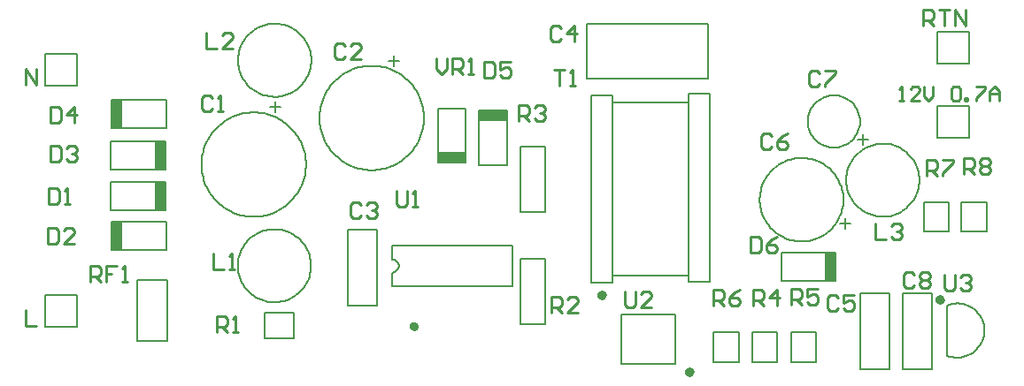
<source format=gto>
G04 Layer_Color=65535*
%FSLAX25Y25*%
%MOIN*%
G70*
G01*
G75*
%ADD24C,0.00787*%
%ADD25C,0.01968*%
%ADD26C,0.01000*%
%ADD27R,0.03937X0.10630*%
%ADD28R,0.10630X0.03937*%
D24*
X143500Y49394D02*
X144457Y49584D01*
X145268Y50126D01*
X145810Y50937D01*
X146000Y51894D01*
X145810Y52850D01*
X145268Y53662D01*
X144457Y54203D01*
X143500Y54394D01*
X319673Y106394D02*
X319623Y107389D01*
X319472Y108375D01*
X319222Y109340D01*
X318876Y110275D01*
X318437Y111170D01*
X317909Y112016D01*
X317299Y112805D01*
X316612Y113528D01*
X315855Y114177D01*
X315037Y114746D01*
X314165Y115230D01*
X313249Y115623D01*
X312298Y115922D01*
X311321Y116123D01*
X310329Y116224D01*
X309332D01*
X308340Y116123D01*
X307364Y115922D01*
X306412Y115624D01*
X305496Y115230D01*
X304624Y114746D01*
X303806Y114177D01*
X303049Y113528D01*
X302363Y112805D01*
X301752Y112016D01*
X301225Y111170D01*
X300786Y110275D01*
X300440Y109340D01*
X300190Y108375D01*
X300039Y107389D01*
X299988Y106394D01*
X300039Y105398D01*
X300190Y104412D01*
X300440Y103447D01*
X300786Y102512D01*
X301225Y101617D01*
X301752Y100771D01*
X302363Y99983D01*
X303049Y99260D01*
X303806Y98611D01*
X304624Y98041D01*
X305496Y97557D01*
X306412Y97164D01*
X307364Y96865D01*
X308340Y96665D01*
X309332Y96564D01*
X310329D01*
X311321Y96665D01*
X312298Y96865D01*
X313249Y97164D01*
X314165Y97557D01*
X315037Y98041D01*
X315855Y98611D01*
X316612Y99260D01*
X317299Y99983D01*
X317909Y100771D01*
X318437Y101617D01*
X318876Y102512D01*
X319222Y103447D01*
X319472Y104412D01*
X319623Y105398D01*
X319673Y106394D01*
X313405Y76894D02*
X313374Y77893D01*
X313279Y78887D01*
X313121Y79874D01*
X312901Y80849D01*
X312619Y81808D01*
X312277Y82747D01*
X311877Y83662D01*
X311419Y84550D01*
X310906Y85408D01*
X310339Y86231D01*
X309721Y87016D01*
X309055Y87761D01*
X308343Y88462D01*
X307587Y89117D01*
X306792Y89722D01*
X305960Y90275D01*
X305095Y90775D01*
X304199Y91219D01*
X303278Y91605D01*
X302333Y91931D01*
X301370Y92198D01*
X300392Y92402D01*
X299403Y92545D01*
X298407Y92624D01*
X297408Y92640D01*
X296410Y92592D01*
X295416Y92481D01*
X294432Y92308D01*
X293461Y92072D01*
X292507Y91776D01*
X291573Y91419D01*
X290664Y91004D01*
X289784Y90532D01*
X288934Y90005D01*
X288120Y89425D01*
X287345Y88795D01*
X286611Y88117D01*
X285921Y87394D01*
X285279Y86629D01*
X284686Y85824D01*
X284146Y84983D01*
X283660Y84110D01*
X283231Y83208D01*
X282859Y82280D01*
X282547Y81330D01*
X282296Y80363D01*
X282107Y79382D01*
X281981Y78391D01*
X281917Y77393D01*
Y76394D01*
X281981Y75397D01*
X282107Y74405D01*
X282296Y73424D01*
X282547Y72457D01*
X282859Y71508D01*
X283231Y70580D01*
X283660Y69678D01*
X284146Y68804D01*
X284686Y67964D01*
X285279Y67159D01*
X285921Y66393D01*
X286611Y65670D01*
X287345Y64992D01*
X288120Y64362D01*
X288934Y63782D01*
X289784Y63256D01*
X290664Y62784D01*
X291573Y62368D01*
X292507Y62012D01*
X293461Y61715D01*
X294432Y61480D01*
X295416Y61306D01*
X296410Y61195D01*
X297408Y61148D01*
X298407Y61164D01*
X299403Y61243D01*
X300392Y61385D01*
X301370Y61590D01*
X302333Y61856D01*
X303278Y62183D01*
X304199Y62569D01*
X305095Y63012D01*
X305960Y63512D01*
X306792Y64066D01*
X307587Y64671D01*
X308343Y65325D01*
X309055Y66026D01*
X309721Y66771D01*
X310339Y67557D01*
X310906Y68380D01*
X311419Y69237D01*
X311877Y70125D01*
X312277Y71041D01*
X312619Y71980D01*
X312901Y72939D01*
X313121Y73913D01*
X313279Y74900D01*
X313374Y75895D01*
X313405Y76894D01*
X111024Y90158D02*
X110998Y91154D01*
X110923Y92149D01*
X110797Y93138D01*
X110621Y94120D01*
X110395Y95092D01*
X110121Y96051D01*
X109798Y96994D01*
X109428Y97920D01*
X109012Y98827D01*
X108550Y99711D01*
X108044Y100570D01*
X107495Y101403D01*
X106905Y102207D01*
X106275Y102980D01*
X105606Y103720D01*
X104901Y104425D01*
X104161Y105094D01*
X103388Y105724D01*
X102584Y106314D01*
X101751Y106863D01*
X100892Y107369D01*
X100008Y107831D01*
X99102Y108247D01*
X98175Y108617D01*
X97232Y108940D01*
X96273Y109214D01*
X95301Y109440D01*
X94319Y109616D01*
X93330Y109741D01*
X92336Y109817D01*
X91339Y109843D01*
X90342Y109817D01*
X89347Y109741D01*
X88358Y109616D01*
X87376Y109440D01*
X86405Y109214D01*
X85446Y108940D01*
X84502Y108617D01*
X83576Y108247D01*
X82669Y107831D01*
X81785Y107369D01*
X80926Y106863D01*
X80093Y106314D01*
X79289Y105724D01*
X78516Y105094D01*
X77776Y104425D01*
X77071Y103720D01*
X76402Y102980D01*
X75772Y102207D01*
X75182Y101403D01*
X74633Y100570D01*
X74127Y99711D01*
X73665Y98827D01*
X73249Y97920D01*
X72879Y96994D01*
X72556Y96050D01*
X72282Y95091D01*
X72057Y94120D01*
X71881Y93138D01*
X71754Y92149D01*
X71679Y91154D01*
X71653Y90157D01*
X71679Y89160D01*
X71754Y88166D01*
X71881Y87177D01*
X72057Y86195D01*
X72282Y85223D01*
X72556Y84264D01*
X72879Y83321D01*
X73249Y82394D01*
X73665Y81488D01*
X74127Y80604D01*
X74633Y79745D01*
X75182Y78912D01*
X75772Y78108D01*
X76402Y77335D01*
X77071Y76595D01*
X77776Y75890D01*
X78516Y75221D01*
X79289Y74591D01*
X80093Y74001D01*
X80926Y73452D01*
X81786Y72946D01*
X82670Y72484D01*
X83576Y72068D01*
X84502Y71698D01*
X85446Y71375D01*
X86405Y71101D01*
X87376Y70875D01*
X88358Y70699D01*
X89347Y70573D01*
X90342Y70498D01*
X91339Y70472D01*
X92336Y70498D01*
X93330Y70573D01*
X94319Y70700D01*
X95301Y70875D01*
X96273Y71101D01*
X97232Y71375D01*
X98175Y71698D01*
X99102Y72068D01*
X100008Y72484D01*
X100892Y72946D01*
X101751Y73452D01*
X102584Y74001D01*
X103388Y74591D01*
X104161Y75221D01*
X104901Y75890D01*
X105606Y76595D01*
X106275Y77335D01*
X106905Y78108D01*
X107495Y78912D01*
X108044Y79745D01*
X108550Y80604D01*
X109012Y81488D01*
X109428Y82395D01*
X109798Y83321D01*
X110121Y84265D01*
X110395Y85224D01*
X110621Y86195D01*
X110797Y87177D01*
X110923Y88166D01*
X110998Y89161D01*
X111024Y90158D01*
X155453Y107736D02*
X155428Y108733D01*
X155352Y109728D01*
X155226Y110717D01*
X155050Y111699D01*
X154824Y112670D01*
X154550Y113629D01*
X154227Y114573D01*
X153857Y115499D01*
X153441Y116405D01*
X152979Y117289D01*
X152473Y118149D01*
X151925Y118982D01*
X151334Y119785D01*
X150704Y120559D01*
X150035Y121299D01*
X149330Y122004D01*
X148590Y122672D01*
X147817Y123303D01*
X147013Y123893D01*
X146180Y124442D01*
X145321Y124948D01*
X144437Y125409D01*
X143531Y125826D01*
X142604Y126196D01*
X141661Y126518D01*
X140702Y126793D01*
X139730Y127018D01*
X138749Y127194D01*
X137759Y127320D01*
X136765Y127396D01*
X135768Y127421D01*
X134771Y127396D01*
X133776Y127320D01*
X132787Y127194D01*
X131805Y127018D01*
X130834Y126793D01*
X129875Y126518D01*
X128931Y126196D01*
X128005Y125826D01*
X127099Y125409D01*
X126215Y124948D01*
X125355Y124442D01*
X124522Y123893D01*
X123718Y123303D01*
X122945Y122672D01*
X122205Y122004D01*
X121500Y121299D01*
X120832Y120559D01*
X120201Y119785D01*
X119611Y118982D01*
X119062Y118149D01*
X118556Y117289D01*
X118094Y116405D01*
X117678Y115499D01*
X117308Y114573D01*
X116985Y113629D01*
X116711Y112670D01*
X116486Y111699D01*
X116310Y110717D01*
X116184Y109728D01*
X116108Y108733D01*
X116083Y107736D01*
X116108Y106739D01*
X116184Y105745D01*
X116310Y104755D01*
X116486Y103774D01*
X116711Y102802D01*
X116985Y101843D01*
X117308Y100900D01*
X117678Y99973D01*
X118094Y99067D01*
X118556Y98183D01*
X119062Y97324D01*
X119611Y96491D01*
X120201Y95687D01*
X120832Y94914D01*
X121500Y94174D01*
X122205Y93469D01*
X122945Y92800D01*
X123718Y92170D01*
X124522Y91579D01*
X125355Y91031D01*
X126215Y90525D01*
X127099Y90063D01*
X128005Y89647D01*
X128931Y89276D01*
X129875Y88954D01*
X130834Y88680D01*
X131805Y88454D01*
X132787Y88278D01*
X133776Y88152D01*
X134771Y88076D01*
X135768Y88051D01*
X136765Y88076D01*
X137759Y88152D01*
X138749Y88278D01*
X139730Y88454D01*
X140702Y88680D01*
X141661Y88954D01*
X142604Y89277D01*
X143531Y89647D01*
X144437Y90063D01*
X145321Y90525D01*
X146180Y91031D01*
X147013Y91580D01*
X147817Y92170D01*
X148590Y92800D01*
X149330Y93469D01*
X150035Y94174D01*
X150704Y94914D01*
X151334Y95687D01*
X151925Y96491D01*
X152473Y97324D01*
X152979Y98183D01*
X153441Y99067D01*
X153858Y99973D01*
X154227Y100900D01*
X154550Y101843D01*
X154824Y102802D01*
X155050Y103774D01*
X155226Y104755D01*
X155352Y105745D01*
X155428Y106739D01*
X155453Y107736D01*
X112894Y51968D02*
X112858Y52963D01*
X112750Y53952D01*
X112572Y54931D01*
X112323Y55894D01*
X112005Y56837D01*
X111620Y57754D01*
X111170Y58642D01*
X110657Y59494D01*
X110084Y60308D01*
X109454Y61077D01*
X108769Y61800D01*
X108035Y62471D01*
X107254Y63087D01*
X106430Y63645D01*
X105569Y64143D01*
X104673Y64577D01*
X103749Y64945D01*
X102801Y65246D01*
X101833Y65477D01*
X100851Y65638D01*
X99860Y65728D01*
X98865Y65746D01*
X97872Y65692D01*
X96885Y65566D01*
X95910Y65370D01*
X94951Y65104D01*
X94014Y64769D01*
X93103Y64368D01*
X92224Y63902D01*
X91381Y63374D01*
X90579Y62786D01*
X89820Y62142D01*
X89110Y61445D01*
X88453Y60698D01*
X87850Y59906D01*
X87307Y59073D01*
X86825Y58202D01*
X86408Y57299D01*
X86056Y56368D01*
X85773Y55415D01*
X85559Y54443D01*
X85415Y53458D01*
X85344Y52466D01*
Y51471D01*
X85415Y50479D01*
X85559Y49494D01*
X85773Y48522D01*
X86056Y47569D01*
X86408Y46638D01*
X86825Y45735D01*
X87307Y44864D01*
X87850Y44031D01*
X88453Y43239D01*
X89110Y42492D01*
X89820Y41795D01*
X90578Y41151D01*
X91381Y40563D01*
X92224Y40035D01*
X93103Y39569D01*
X94014Y39168D01*
X94951Y38833D01*
X95910Y38567D01*
X96885Y38370D01*
X97872Y38245D01*
X98865Y38191D01*
X99860Y38209D01*
X100851Y38299D01*
X101833Y38460D01*
X102801Y38691D01*
X103749Y38992D01*
X104673Y39360D01*
X105569Y39794D01*
X106430Y40292D01*
X107254Y40850D01*
X108035Y41466D01*
X108769Y42137D01*
X109454Y42860D01*
X110084Y43630D01*
X110657Y44443D01*
X111170Y45295D01*
X111620Y46183D01*
X112005Y47100D01*
X112323Y48043D01*
X112572Y49006D01*
X112750Y49985D01*
X112858Y50974D01*
X112894Y51968D01*
X112992Y129528D02*
X112956Y130522D01*
X112849Y131511D01*
X112670Y132490D01*
X112421Y133453D01*
X112103Y134396D01*
X111719Y135313D01*
X111268Y136201D01*
X110756Y137053D01*
X110182Y137867D01*
X109552Y138636D01*
X108868Y139359D01*
X108133Y140030D01*
X107352Y140646D01*
X106529Y141205D01*
X105667Y141702D01*
X104772Y142136D01*
X103848Y142504D01*
X102899Y142805D01*
X101931Y143036D01*
X100950Y143197D01*
X99959Y143287D01*
X98964Y143305D01*
X97970Y143251D01*
X96983Y143126D01*
X96008Y142929D01*
X95049Y142663D01*
X94112Y142328D01*
X93202Y141927D01*
X92323Y141461D01*
X91480Y140933D01*
X90677Y140345D01*
X89919Y139701D01*
X89209Y139004D01*
X88551Y138257D01*
X87949Y137465D01*
X87406Y136632D01*
X86924Y135761D01*
X86506Y134858D01*
X86154Y133927D01*
X85871Y132974D01*
X85657Y132002D01*
X85514Y131017D01*
X85442Y130025D01*
Y129030D01*
X85514Y128038D01*
X85657Y127053D01*
X85871Y126082D01*
X86154Y125128D01*
X86506Y124197D01*
X86924Y123294D01*
X87406Y122424D01*
X87949Y121590D01*
X88551Y120798D01*
X89209Y120051D01*
X89919Y119354D01*
X90677Y118710D01*
X91480Y118122D01*
X92323Y117594D01*
X93202Y117128D01*
X94112Y116727D01*
X95049Y116392D01*
X96008Y116126D01*
X96983Y115930D01*
X97970Y115804D01*
X98964Y115750D01*
X99959Y115768D01*
X100950Y115858D01*
X101931Y116019D01*
X102899Y116250D01*
X103847Y116551D01*
X104772Y116919D01*
X105667Y117353D01*
X106529Y117851D01*
X107352Y118409D01*
X108133Y119025D01*
X108868Y119696D01*
X109552Y120419D01*
X110182Y121188D01*
X110756Y122002D01*
X111268Y122854D01*
X111719Y123742D01*
X112103Y124659D01*
X112421Y125602D01*
X112670Y126565D01*
X112849Y127544D01*
X112956Y128533D01*
X112992Y129528D01*
X342047Y84268D02*
X342011Y85262D01*
X341904Y86251D01*
X341725Y87230D01*
X341476Y88193D01*
X341159Y89136D01*
X340774Y90054D01*
X340324Y90941D01*
X339811Y91793D01*
X339237Y92607D01*
X338607Y93376D01*
X337923Y94099D01*
X337188Y94770D01*
X336407Y95386D01*
X335584Y95945D01*
X334722Y96442D01*
X333827Y96876D01*
X332903Y97244D01*
X331954Y97545D01*
X330986Y97776D01*
X330005Y97937D01*
X329014Y98027D01*
X328019Y98045D01*
X327026Y97991D01*
X326038Y97866D01*
X325063Y97669D01*
X324104Y97403D01*
X323167Y97069D01*
X322257Y96667D01*
X321378Y96201D01*
X320535Y95673D01*
X319732Y95085D01*
X318974Y94441D01*
X318264Y93744D01*
X317606Y92997D01*
X317004Y92205D01*
X316461Y91372D01*
X315979Y90501D01*
X315561Y89598D01*
X315210Y88668D01*
X314926Y87714D01*
X314712Y86742D01*
X314569Y85758D01*
X314497Y84765D01*
Y83770D01*
X314569Y82778D01*
X314712Y81793D01*
X314926Y80822D01*
X315210Y79868D01*
X315561Y78937D01*
X315979Y78034D01*
X316461Y77164D01*
X317004Y76330D01*
X317606Y75538D01*
X318264Y74792D01*
X318974Y74094D01*
X319732Y73450D01*
X320535Y72863D01*
X321378Y72334D01*
X322257Y71868D01*
X323167Y71467D01*
X324104Y71132D01*
X325063Y70866D01*
X326038Y70670D01*
X327025Y70544D01*
X328019Y70490D01*
X329014Y70508D01*
X330005Y70598D01*
X330986Y70759D01*
X331954Y70990D01*
X332903Y71291D01*
X333827Y71659D01*
X334722Y72093D01*
X335584Y72591D01*
X336407Y73149D01*
X337188Y73765D01*
X337923Y74436D01*
X338607Y75159D01*
X339237Y75929D01*
X339811Y76742D01*
X340324Y77595D01*
X340774Y78482D01*
X341159Y79399D01*
X341476Y80342D01*
X341725Y81305D01*
X341904Y82284D01*
X342011Y83273D01*
X342047Y84268D01*
X352498Y18055D02*
X353443Y17729D01*
X354415Y17498D01*
X355405Y17362D01*
X356404Y17323D01*
X357402Y17382D01*
X358389Y17538D01*
X359356Y17790D01*
X360294Y18135D01*
X361194Y18569D01*
X362048Y19090D01*
X362846Y19691D01*
X363583Y20367D01*
X364249Y21111D01*
X364840Y21917D01*
X365350Y22777D01*
X365773Y23683D01*
X366106Y24625D01*
X366345Y25595D01*
X366489Y26585D01*
X366535Y27583D01*
X366484Y28581D01*
X366336Y29570D01*
X366092Y30539D01*
X365755Y31480D01*
X365327Y32383D01*
X364814Y33241D01*
X364219Y34044D01*
X363549Y34785D01*
X362810Y35458D01*
X362008Y36055D01*
X361153Y36572D01*
X360250Y37002D01*
X359311Y37342D01*
X358342Y37589D01*
X357354Y37741D01*
X356356Y37795D01*
X355358Y37752D01*
X354368Y37611D01*
X353397Y37375D01*
X352453Y37045D01*
X143500Y44118D02*
Y49394D01*
Y54394D02*
Y59669D01*
X188776D01*
Y44118D02*
Y59669D01*
X143500Y44118D02*
X188776D01*
X229921Y15079D02*
X250000D01*
X229921D02*
Y33504D01*
X250000Y15079D02*
Y33504D01*
X229921D02*
X250000D01*
X320854Y97701D02*
Y101701D01*
X318854Y99701D02*
X322854D01*
X314094Y65839D02*
Y69839D01*
X312094Y67839D02*
X316094D01*
X226476Y113638D02*
X255217D01*
X226476Y48283D02*
X254823D01*
X255217Y45921D02*
Y116787D01*
X263090D01*
Y45921D02*
Y116787D01*
X255217Y45921D02*
X263090D01*
X218602Y45528D02*
X226476D01*
Y116394D01*
X218602D02*
X226476D01*
X218602Y45528D02*
Y116394D01*
X99606Y109811D02*
Y113811D01*
X97606Y111811D02*
X101606D01*
X144035Y127390D02*
Y131390D01*
X142035Y129390D02*
X146035D01*
X126870Y36909D02*
Y65650D01*
X137894D01*
Y36909D02*
Y65650D01*
X126870Y36909D02*
X137894D01*
X330709Y12992D02*
Y41732D01*
X319685Y12992D02*
X330709D01*
X319685D02*
Y41732D01*
X330709D01*
X346850Y12992D02*
Y41732D01*
X335827Y12992D02*
X346850D01*
X335827D02*
Y41732D01*
X346850D01*
X47598Y23476D02*
Y46705D01*
Y23476D02*
X58622D01*
Y46705D01*
X47598D02*
X58622D01*
X37500Y83563D02*
X57972D01*
Y72933D02*
Y83563D01*
X37500Y72933D02*
X57972D01*
X37500D02*
Y83563D01*
X37894Y57874D02*
X58366D01*
X37894D02*
Y68504D01*
X58366D01*
Y57874D02*
Y68504D01*
X37500Y98917D02*
X57972D01*
Y88287D02*
Y98917D01*
X37500Y88287D02*
X57972D01*
X37500D02*
Y98917D01*
X37894Y103839D02*
X58366D01*
X37894D02*
Y114469D01*
X58366D01*
Y103839D02*
Y114469D01*
X176256Y90039D02*
Y110512D01*
X186886D01*
Y90039D02*
Y110512D01*
X176256Y90039D02*
X186886D01*
X290067Y56906D02*
X310539D01*
Y46276D02*
Y56906D01*
X290067Y46276D02*
X310539D01*
X290067D02*
Y56906D01*
X171260Y90945D02*
Y111417D01*
X160630Y90945D02*
X171260D01*
X160630D02*
Y111417D01*
X171260D01*
X12862Y40799D02*
X24673D01*
X12862Y28791D02*
Y40799D01*
Y28791D02*
X24673D01*
Y40799D01*
X12862Y131799D02*
X24673D01*
X12862Y119791D02*
Y131799D01*
Y119791D02*
X24673D01*
Y131799D01*
X360630Y100394D02*
Y112205D01*
X348622D02*
X360630D01*
X348622Y100394D02*
Y112205D01*
Y100394D02*
X360630D01*
Y128347D02*
Y140157D01*
X348622D02*
X360630D01*
X348622Y128347D02*
Y140157D01*
Y128347D02*
X360630D01*
X352453Y18099D02*
Y37045D01*
X216929Y122441D02*
X262598D01*
Y143307D01*
X216929D02*
X262598D01*
X216929Y122441D02*
Y143307D01*
X95571Y24705D02*
Y34154D01*
Y24705D02*
X106595D01*
Y34154D01*
X95571D02*
X106595D01*
X279134Y26772D02*
X288583D01*
X279134Y15748D02*
Y26772D01*
Y15748D02*
X288583D01*
Y26772D01*
X293701D02*
X303150D01*
X293701Y15748D02*
Y26772D01*
Y15748D02*
X303150D01*
Y26772D01*
X264567D02*
X274016D01*
X264567Y15748D02*
Y26772D01*
Y15748D02*
X274016D01*
Y26772D01*
X343701Y64961D02*
X353150D01*
Y75984D01*
X343701D02*
X353150D01*
X343701Y64961D02*
Y75984D01*
X357874Y75984D02*
X367323D01*
X357874Y64961D02*
Y75984D01*
Y64961D02*
X367323D01*
Y75984D01*
X191732Y29921D02*
Y54724D01*
X201181D01*
Y29921D02*
Y54724D01*
X191732Y29921D02*
X201181D01*
X191634Y72244D02*
Y97047D01*
X201083D01*
Y72244D02*
Y97047D01*
X191634Y72244D02*
X201083D01*
D25*
X152555Y29020D02*
X152011Y29768D01*
X151131Y29482D01*
Y28557D01*
X152011Y28271D01*
X152555Y29020D01*
X256299Y11811D02*
X255755Y12560D01*
X254875Y12274D01*
Y11348D01*
X255755Y11062D01*
X256299Y11811D01*
X223327Y40803D02*
X222783Y41552D01*
X221902Y41266D01*
Y40340D01*
X222783Y40054D01*
X223327Y40803D01*
X350689Y39075D02*
X350145Y39824D01*
X349265Y39538D01*
Y38612D01*
X350145Y38326D01*
X350689Y39075D01*
D26*
X334465Y114386D02*
X336170D01*
X335317D01*
Y119502D01*
X334465Y118649D01*
X342139Y114386D02*
X338728D01*
X342139Y117797D01*
Y118649D01*
X341286Y119502D01*
X339581D01*
X338728Y118649D01*
X343845Y119502D02*
Y116091D01*
X345550Y114386D01*
X347256Y116091D01*
Y119502D01*
X354078Y118649D02*
X354930Y119502D01*
X356636D01*
X357489Y118649D01*
Y115239D01*
X356636Y114386D01*
X354930D01*
X354078Y115239D01*
Y118649D01*
X359194Y114386D02*
Y115239D01*
X360047D01*
Y114386D01*
X359194D01*
X363458Y119502D02*
X366869D01*
Y118649D01*
X363458Y115239D01*
Y114386D01*
X368574D02*
Y117797D01*
X370280Y119502D01*
X371985Y117797D01*
Y114386D01*
Y116944D01*
X368574D01*
X343307Y142520D02*
Y148518D01*
X346306D01*
X347306Y147518D01*
Y145519D01*
X346306Y144519D01*
X343307D01*
X345306D02*
X347306Y142520D01*
X349305Y148518D02*
X353304D01*
X351305D01*
Y142520D01*
X355303D02*
Y148518D01*
X359302Y142520D01*
Y148518D01*
X5468Y120394D02*
Y126392D01*
X9466Y120394D01*
Y126392D01*
X5468Y35392D02*
Y29394D01*
X9466D01*
X160216Y130238D02*
Y126240D01*
X162216Y124240D01*
X164215Y126240D01*
Y130238D01*
X166215Y124240D02*
Y130238D01*
X169214D01*
X170213Y129238D01*
Y127239D01*
X169214Y126240D01*
X166215D01*
X168214D02*
X170213Y124240D01*
X172213D02*
X174212D01*
X173212D01*
Y130238D01*
X172213Y129238D01*
X351575Y48518D02*
Y43519D01*
X352574Y42520D01*
X354574D01*
X355574Y43519D01*
Y48518D01*
X357573Y47518D02*
X358573Y48518D01*
X360572D01*
X361572Y47518D01*
Y46518D01*
X360572Y45519D01*
X359572D01*
X360572D01*
X361572Y44519D01*
Y43519D01*
X360572Y42520D01*
X358573D01*
X357573Y43519D01*
X231102Y42219D02*
Y37220D01*
X232102Y36220D01*
X234101D01*
X235101Y37220D01*
Y42219D01*
X241099Y36220D02*
X237100D01*
X241099Y40219D01*
Y41219D01*
X240099Y42219D01*
X238100D01*
X237100Y41219D01*
X144968Y80192D02*
Y75193D01*
X145967Y74194D01*
X147967D01*
X148966Y75193D01*
Y80192D01*
X150966Y74194D02*
X152965D01*
X151965D01*
Y80192D01*
X150966Y79192D01*
X204331Y126077D02*
X208329D01*
X206330D01*
Y120079D01*
X210329D02*
X212328D01*
X211329D01*
Y126077D01*
X210329Y125077D01*
X29768Y45894D02*
Y51892D01*
X32767D01*
X33766Y50892D01*
Y48893D01*
X32767Y47893D01*
X29768D01*
X31767D02*
X33766Y45894D01*
X39764Y51892D02*
X35766D01*
Y48893D01*
X37765D01*
X35766D01*
Y45894D01*
X41764D02*
X43763D01*
X42764D01*
Y51892D01*
X41764Y50892D01*
X358661Y86614D02*
Y92612D01*
X361660D01*
X362660Y91612D01*
Y89613D01*
X361660Y88613D01*
X358661D01*
X360661D02*
X362660Y86614D01*
X364660Y91612D02*
X365659Y92612D01*
X367658D01*
X368658Y91612D01*
Y90613D01*
X367658Y89613D01*
X368658Y88613D01*
Y87614D01*
X367658Y86614D01*
X365659D01*
X364660Y87614D01*
Y88613D01*
X365659Y89613D01*
X364660Y90613D01*
Y91612D01*
X365659Y89613D02*
X367658D01*
X344882Y85827D02*
Y91825D01*
X347881D01*
X348881Y90825D01*
Y88826D01*
X347881Y87826D01*
X344882D01*
X346881D02*
X348881Y85827D01*
X350880Y91825D02*
X354879D01*
Y90825D01*
X350880Y86826D01*
Y85827D01*
X264567Y37008D02*
Y43006D01*
X267566D01*
X268566Y42006D01*
Y40007D01*
X267566Y39007D01*
X264567D01*
X266566D02*
X268566Y37008D01*
X274564Y43006D02*
X272564Y42006D01*
X270565Y40007D01*
Y38008D01*
X271565Y37008D01*
X273564D01*
X274564Y38008D01*
Y39007D01*
X273564Y40007D01*
X270565D01*
X293701Y37402D02*
Y43400D01*
X296700D01*
X297699Y42400D01*
Y40401D01*
X296700Y39401D01*
X293701D01*
X295700D02*
X297699Y37402D01*
X303698Y43400D02*
X299699D01*
Y40401D01*
X301698Y41400D01*
X302698D01*
X303698Y40401D01*
Y38401D01*
X302698Y37402D01*
X300698D01*
X299699Y38401D01*
X279558Y37040D02*
Y43038D01*
X282557D01*
X283557Y42039D01*
Y40039D01*
X282557Y39039D01*
X279558D01*
X281558D02*
X283557Y37040D01*
X288555D02*
Y43038D01*
X285556Y40039D01*
X289555D01*
X191126Y106736D02*
Y112734D01*
X194125D01*
X195125Y111735D01*
Y109735D01*
X194125Y108736D01*
X191126D01*
X193125D02*
X195125Y106736D01*
X197124Y111735D02*
X198124Y112734D01*
X200123D01*
X201123Y111735D01*
Y110735D01*
X200123Y109735D01*
X199123D01*
X200123D01*
X201123Y108736D01*
Y107736D01*
X200123Y106736D01*
X198124D01*
X197124Y107736D01*
X203543Y34252D02*
Y40250D01*
X206542D01*
X207542Y39250D01*
Y37251D01*
X206542Y36251D01*
X203543D01*
X205543D02*
X207542Y34252D01*
X213540D02*
X209541D01*
X213540Y38251D01*
Y39250D01*
X212540Y40250D01*
X210541D01*
X209541Y39250D01*
X77425Y26929D02*
Y32927D01*
X80424D01*
X81424Y31927D01*
Y29928D01*
X80424Y28929D01*
X77425D01*
X79425D02*
X81424Y26929D01*
X83423D02*
X85423D01*
X84423D01*
Y32927D01*
X83423Y31927D01*
X325590Y67809D02*
Y61811D01*
X329589D01*
X331589Y66809D02*
X332588Y67809D01*
X334588D01*
X335587Y66809D01*
Y65810D01*
X334588Y64810D01*
X333588D01*
X334588D01*
X335587Y63810D01*
Y62811D01*
X334588Y61811D01*
X332588D01*
X331589Y62811D01*
X73339Y140026D02*
Y134028D01*
X77337D01*
X83335D02*
X79337D01*
X83335Y138026D01*
Y139026D01*
X82336Y140026D01*
X80336D01*
X79337Y139026D01*
X75988Y56467D02*
Y50468D01*
X79987D01*
X81986D02*
X83986D01*
X82986D01*
Y56467D01*
X81986Y55467D01*
X278346Y63085D02*
Y57087D01*
X281346D01*
X282345Y58086D01*
Y62085D01*
X281346Y63085D01*
X278346D01*
X288343D02*
X286344Y62085D01*
X284345Y60086D01*
Y58086D01*
X285344Y57087D01*
X287344D01*
X288343Y58086D01*
Y59086D01*
X287344Y60086D01*
X284345D01*
X177953Y128833D02*
Y122835D01*
X180952D01*
X181951Y123834D01*
Y127833D01*
X180952Y128833D01*
X177953D01*
X187950D02*
X183951D01*
Y125834D01*
X185950Y126833D01*
X186950D01*
X187950Y125834D01*
Y123834D01*
X186950Y122835D01*
X184950D01*
X183951Y123834D01*
X14701Y111848D02*
Y105850D01*
X17700D01*
X18699Y106850D01*
Y110849D01*
X17700Y111848D01*
X14701D01*
X23698Y105850D02*
Y111848D01*
X20699Y108849D01*
X24698D01*
X14701Y97404D02*
Y91405D01*
X17700D01*
X18699Y92405D01*
Y96404D01*
X17700Y97404D01*
X14701D01*
X20699Y96404D02*
X21699Y97404D01*
X23698D01*
X24698Y96404D01*
Y95404D01*
X23698Y94405D01*
X22698D01*
X23698D01*
X24698Y93405D01*
Y92405D01*
X23698Y91405D01*
X21699D01*
X20699Y92405D01*
X13701Y66384D02*
Y60386D01*
X16700D01*
X17699Y61386D01*
Y65384D01*
X16700Y66384D01*
X13701D01*
X23698Y60386D02*
X19699D01*
X23698Y64385D01*
Y65384D01*
X22698Y66384D01*
X20698D01*
X19699Y65384D01*
X14201Y81396D02*
Y75398D01*
X17200D01*
X18200Y76397D01*
Y80396D01*
X17200Y81396D01*
X14201D01*
X20199Y75398D02*
X22198D01*
X21199D01*
Y81396D01*
X20199Y80396D01*
X340219Y48699D02*
X339219Y49699D01*
X337220D01*
X336221Y48699D01*
Y44701D01*
X337220Y43701D01*
X339219D01*
X340219Y44701D01*
X342218Y48699D02*
X343218Y49699D01*
X345218D01*
X346217Y48699D01*
Y47699D01*
X345218Y46700D01*
X346217Y45700D01*
Y44701D01*
X345218Y43701D01*
X343218D01*
X342218Y44701D01*
Y45700D01*
X343218Y46700D01*
X342218Y47699D01*
Y48699D01*
X343218Y46700D02*
X345218D01*
X304566Y124592D02*
X303567Y125592D01*
X301567D01*
X300568Y124592D01*
Y120593D01*
X301567Y119594D01*
X303567D01*
X304566Y120593D01*
X306566Y125592D02*
X310564D01*
Y124592D01*
X306566Y120593D01*
Y119594D01*
X286466Y100992D02*
X285467Y101992D01*
X283467D01*
X282468Y100992D01*
Y96993D01*
X283467Y95994D01*
X285467D01*
X286466Y96993D01*
X292464Y101992D02*
X290465Y100992D01*
X288466Y98993D01*
Y96993D01*
X289465Y95994D01*
X291465D01*
X292464Y96993D01*
Y97993D01*
X291465Y98993D01*
X288466D01*
X311479Y40038D02*
X310479Y41037D01*
X308480D01*
X307480Y40038D01*
Y36039D01*
X308480Y35039D01*
X310479D01*
X311479Y36039D01*
X317477Y41037D02*
X313478D01*
Y38038D01*
X315478Y39038D01*
X316477D01*
X317477Y38038D01*
Y36039D01*
X316477Y35039D01*
X314478D01*
X313478Y36039D01*
X207148Y141613D02*
X206149Y142612D01*
X204149D01*
X203150Y141613D01*
Y137614D01*
X204149Y136614D01*
X206149D01*
X207148Y137614D01*
X212147Y136614D02*
Y142612D01*
X209148Y139613D01*
X213146D01*
X131881Y74781D02*
X130881Y75781D01*
X128882D01*
X127882Y74781D01*
Y70782D01*
X128882Y69783D01*
X130881D01*
X131881Y70782D01*
X133880Y74781D02*
X134880Y75781D01*
X136879D01*
X137879Y74781D01*
Y73781D01*
X136879Y72782D01*
X135879D01*
X136879D01*
X137879Y71782D01*
Y70782D01*
X136879Y69783D01*
X134880D01*
X133880Y70782D01*
X125766Y134892D02*
X124767Y135892D01*
X122767D01*
X121768Y134892D01*
Y130893D01*
X122767Y129894D01*
X124767D01*
X125766Y130893D01*
X131764Y129894D02*
X127766D01*
X131764Y133892D01*
Y134892D01*
X130765Y135892D01*
X128765D01*
X127766Y134892D01*
X75837Y115313D02*
X74838Y116313D01*
X72838D01*
X71839Y115313D01*
Y111315D01*
X72838Y110315D01*
X74838D01*
X75837Y111315D01*
X77837Y110315D02*
X79836D01*
X78836D01*
Y116313D01*
X77837Y115313D01*
D27*
X56004Y78248D02*
D03*
X39862Y63189D02*
D03*
X56004Y93602D02*
D03*
X39862Y109153D02*
D03*
X308571Y51591D02*
D03*
D28*
X181571Y108543D02*
D03*
X165945Y92913D02*
D03*
M02*

</source>
